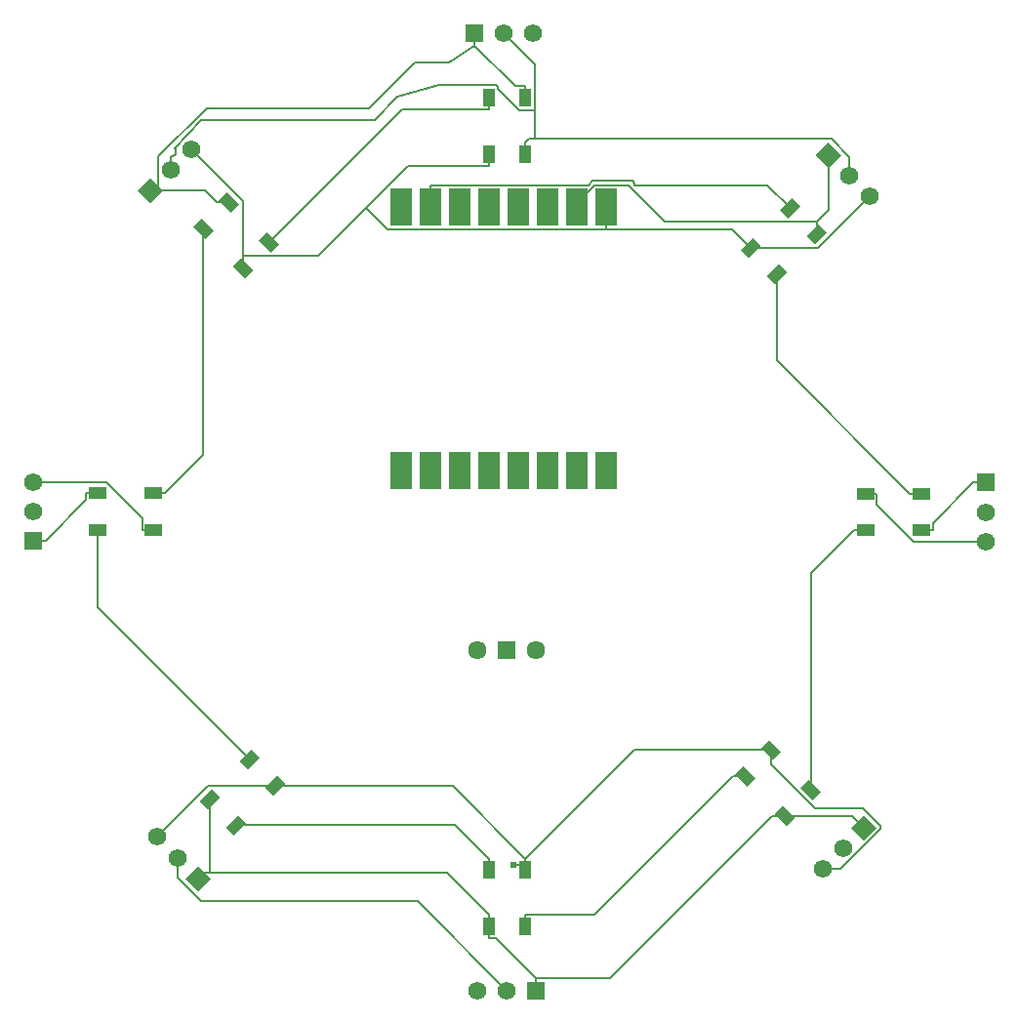
<source format=gtl>
G04 ---------------------------- Layer name :TOP LAYER*
G04 easyEDA 0.1*
G04 Scale: 100 percent, Rotated: No, Reflected: No *
G04 Dimensions in inches *
G04 leading zeros omitted , absolute positions ,2 integer and 4 * 
%FSLAX24Y24*%
%MOIN*%
G90*
G70D02*

%ADD11C,0.008000*%
%ADD12C,0.024016*%
%ADD13R,0.059100X0.039400*%
%ADD14R,0.039400X0.059100*%
%ADD15R,0.072000X0.129600*%
%ADD16C,0.063500*%
%ADD18R,0.063500X0.063500*%
%ADD19C,0.062000*%
%ADD21R,0.062000X0.062000*%

%LPD*%
G54D11*
G01X8709Y25996D02*
G01X8709Y26436D01*
G01X8709Y26436D02*
G01X11288Y26436D01*
G01X12909Y28057D01*
G01X12909Y28057D02*
G01X14356Y29505D01*
G01X17097Y29505D01*
G01X21118Y27321D02*
G01X13646Y27321D01*
G01X12909Y28057D01*
G01X21118Y27357D02*
G01X21118Y27321D01*
G01X21118Y27736D02*
G01X21118Y27357D01*
G01X17097Y29900D02*
G01X17097Y29505D01*
G01X21118Y27736D02*
G01X21118Y28078D01*
G01X18357Y5640D02*
G01X17944Y5640D01*
G01X18357Y5640D02*
G01X18357Y5838D01*
G01X18357Y5442D02*
G01X18357Y5640D01*
G01X26052Y26690D02*
G01X25422Y27321D01*
G01X21118Y27321D01*
G01X30110Y28444D02*
G01X28357Y26690D01*
G01X26052Y26690D01*
G01X26747Y9544D02*
G01X26747Y9057D01*
G01X28239Y7563D01*
G01X29865Y7563D01*
G01X30476Y6953D01*
G01X30476Y6853D01*
G01X29110Y5486D01*
G01X28500Y5486D01*
G01X18357Y5838D02*
G01X22064Y9544D01*
G01X26747Y9544D01*
G01X9823Y8332D02*
G01X15863Y8332D01*
G01X18357Y5838D01*
G01X5765Y6580D02*
G01X7519Y8332D01*
G01X9823Y8332D01*
G01X5660Y17069D02*
G01X5264Y17069D01*
G01X1550Y18700D02*
G01X4031Y18700D01*
G01X5264Y17465D01*
G01X5264Y17069D01*
G01X29965Y18305D02*
G01X30360Y18305D01*
G01X34067Y16671D02*
G01X31600Y16671D01*
G01X30360Y17911D01*
G01X30360Y18305D01*
G01X28301Y27594D02*
G01X28301Y27157D01*
G01X28696Y29859D02*
G01X28696Y27990D01*
G01X28301Y27594D01*
G01X28301Y27594D02*
G01X23109Y27594D01*
G01X21865Y28836D01*
G01X20713Y28836D01*
G01X20118Y28242D01*
G01X20118Y28078D01*
G01X5827Y28642D02*
G01X5542Y28642D01*
G01X7822Y28246D02*
G01X7427Y28642D01*
G01X5827Y28642D01*
G01X5827Y28642D02*
G01X5827Y29809D01*
G01X7491Y31452D01*
G01X13003Y31452D01*
G01X14577Y33026D01*
G01X15759Y33026D01*
G01X16627Y33590D01*
G01X27213Y7296D02*
G01X26793Y7296D01*
G01X26793Y7296D02*
G01X21252Y1755D01*
G01X18727Y1755D01*
G01X27213Y7296D02*
G01X29518Y7296D01*
G01X29913Y6901D01*
G01X7576Y5346D02*
G01X15669Y5346D01*
G01X17097Y3919D01*
G01X7181Y5165D02*
G01X7361Y5346D01*
G01X7576Y5346D01*
G01X7576Y5346D02*
G01X7576Y7867D01*
G01X17097Y3523D02*
G01X17097Y3919D01*
G01X8243Y28246D02*
G01X7822Y28246D01*
G01X17097Y3523D02*
G01X17097Y3128D01*
G01X18727Y1334D02*
G01X18727Y1755D01*
G01X18727Y1755D02*
G01X17355Y3128D01*
G01X17097Y3128D01*
G01X3739Y18330D02*
G01X3344Y18330D01*
G01X1550Y16700D02*
G01X1969Y16700D01*
G01X1969Y16700D02*
G01X3344Y18075D01*
G01X3344Y18330D01*
G01X18357Y31819D02*
G01X18357Y32215D01*
G01X16627Y34011D02*
G01X16627Y33590D01*
G01X16627Y33590D02*
G01X18002Y32215D01*
G01X18357Y32215D01*
G01X31885Y17046D02*
G01X32281Y17046D01*
G01X34075Y18676D02*
G01X33655Y18676D01*
G01X33655Y18676D02*
G01X32281Y17302D01*
G01X32281Y17046D01*
G01X15118Y28836D02*
G01X20501Y28836D01*
G01X20651Y28988D01*
G01X22003Y28988D01*
G01X22092Y28900D01*
G01X22092Y28836D01*
G01X26622Y28836D01*
G01X27410Y28048D01*
G01X15118Y28078D02*
G01X15118Y28836D01*
G01X31885Y18305D02*
G01X31489Y18305D01*
G01X31489Y18305D02*
G01X26943Y22853D01*
G01X26943Y25800D01*
G01X29965Y17046D02*
G01X29569Y17046D01*
G01X28103Y8186D02*
G01X28103Y15580D01*
G01X29569Y17046D01*
G01X25856Y8653D02*
G01X25435Y8653D01*
G01X18357Y3523D02*
G01X18357Y3919D01*
G01X18357Y3919D02*
G01X20701Y3919D01*
G01X25435Y8653D01*
G01X17097Y5838D02*
G01X15960Y6976D01*
G01X8467Y6976D01*
G01X17097Y5442D02*
G01X17097Y5838D01*
G01X3739Y17069D02*
G01X3739Y14417D01*
G01X8932Y9223D01*
G01X5660Y18330D02*
G01X6056Y18330D01*
G01X7352Y27355D02*
G01X7352Y19626D01*
G01X6056Y18330D01*
G01X17097Y31819D02*
G01X17097Y31425D01*
G01X17097Y31425D02*
G01X14136Y31425D01*
G01X9600Y26888D01*
G01X18671Y31398D02*
G01X18147Y31398D01*
G01X17407Y32136D01*
G01X17407Y32192D01*
G01X17353Y32246D01*
G01X15407Y32246D01*
G01X13987Y31845D01*
G01X13200Y31058D01*
G01X7294Y31058D01*
G01X6386Y30101D01*
G01X6398Y30088D01*
G01X6398Y29901D01*
G01X6310Y29813D01*
G01X6248Y29813D01*
G01X6248Y29348D01*
G01X18671Y31398D02*
G01X18671Y30409D01*
G01X17627Y34011D02*
G01X18671Y32967D01*
G01X18671Y31398D01*
G01X17727Y1334D02*
G01X14663Y4398D01*
G01X7269Y4398D01*
G01X6472Y5196D01*
G01X6472Y5873D01*
G01X18671Y30409D02*
G01X18471Y30409D01*
G01X18357Y30296D01*
G01X29402Y29151D02*
G01X29402Y29805D01*
G01X28798Y30409D01*
G01X18671Y30409D01*
G01X18357Y29900D02*
G01X18357Y30296D01*
G01X8709Y26436D02*
G01X8709Y28303D01*
G01X6956Y30055D01*
G36*
G01X25703Y26621D02*
G01X26121Y27039D01*
G01X26400Y26761D01*
G01X25982Y26343D01*
G01X25703Y26621D01*
G37*
G36*
G01X27061Y27979D02*
G01X27479Y28397D01*
G01X27758Y28118D01*
G01X27340Y27701D01*
G01X27061Y27979D01*
G37*
G36*
G01X27952Y27088D02*
G01X28370Y27506D01*
G01X28648Y27227D01*
G01X28231Y26809D01*
G01X27952Y27088D01*
G37*
G36*
G01X26594Y25730D02*
G01X27012Y26148D01*
G01X27291Y25870D01*
G01X26873Y25452D01*
G01X26594Y25730D01*
G37*
G54D13*
G01X29965Y18306D03*
G01X31885Y18306D03*
G01X31885Y17046D03*
G01X29965Y17046D03*
G36*
G01X26676Y9892D02*
G01X27094Y9475D01*
G01X26815Y9196D01*
G01X26397Y9614D01*
G01X26676Y9892D01*
G37*
G36*
G01X28034Y8535D02*
G01X28452Y8117D01*
G01X28173Y7838D01*
G01X27755Y8256D01*
G01X28034Y8535D01*
G37*
G36*
G01X27143Y7644D02*
G01X27561Y7226D01*
G01X27282Y6947D01*
G01X26864Y7365D01*
G01X27143Y7644D01*
G37*
G36*
G01X25785Y9001D02*
G01X26203Y8584D01*
G01X25924Y8305D01*
G01X25506Y8723D01*
G01X25785Y9001D01*
G37*
G54D14*
G01X18357Y5443D03*
G01X18357Y3523D03*
G01X17097Y3523D03*
G01X17097Y5443D03*
G36*
G01X10172Y8403D02*
G01X9754Y7985D01*
G01X9475Y8264D01*
G01X9893Y8682D01*
G01X10172Y8403D01*
G37*
G36*
G01X8814Y7045D02*
G01X8396Y6627D01*
G01X8118Y6906D01*
G01X8536Y7324D01*
G01X8814Y7045D01*
G37*
G36*
G01X7923Y7936D02*
G01X7505Y7518D01*
G01X7227Y7797D01*
G01X7645Y8215D01*
G01X7923Y7936D01*
G37*
G36*
G01X9281Y9294D02*
G01X8863Y8876D01*
G01X8584Y9155D01*
G01X9002Y9573D01*
G01X9281Y9294D01*
G37*
G54D13*
G01X5660Y17069D03*
G01X3739Y17069D03*
G01X3739Y18330D03*
G01X5660Y18330D03*
G36*
G01X8778Y25649D02*
G01X8360Y26067D01*
G01X8639Y26346D01*
G01X9057Y25928D01*
G01X8778Y25649D01*
G37*
G36*
G01X7421Y27007D02*
G01X7003Y27425D01*
G01X7281Y27703D01*
G01X7699Y27285D01*
G01X7421Y27007D01*
G37*
G36*
G01X8311Y27898D02*
G01X7894Y28315D01*
G01X8172Y28594D01*
G01X8590Y28176D01*
G01X8311Y27898D01*
G37*
G36*
G01X9669Y26540D02*
G01X9251Y26958D01*
G01X9530Y27236D01*
G01X9948Y26819D01*
G01X9669Y26540D01*
G37*
G54D14*
G01X17097Y29901D03*
G01X17097Y31821D03*
G01X18357Y31821D03*
G01X18357Y29901D03*
G54D15*
G01X14118Y19078D03*
G01X21118Y28078D03*
G01X20118Y28078D03*
G01X19118Y28078D03*
G01X18118Y28078D03*
G01X17118Y28078D03*
G01X16118Y28078D03*
G01X15118Y28078D03*
G01X14118Y28078D03*
G01X21118Y19078D03*
G01X20118Y19078D03*
G01X19118Y19078D03*
G01X18118Y19078D03*
G01X17118Y19078D03*
G01X16118Y19078D03*
G01X15118Y19078D03*
G54D16*
G01X16707Y12963D03*
G54D18*
G01X17707Y12963D03*
G54D16*
G01X18707Y12963D03*
G54D19*
G01X28500Y5486D03*
G01X29206Y6194D03*
G36*
G01X30351Y6901D02*
G01X29913Y6462D01*
G01X29474Y6901D01*
G01X29913Y7339D01*
G01X30351Y6901D01*
G37*
G01X16727Y1334D03*
G01X17727Y1334D03*
G54D21*
G01X18727Y1334D03*
G54D19*
G01X5765Y6580D03*
G01X6472Y5873D03*
G36*
G01X7180Y4727D02*
G01X6742Y5166D01*
G01X7180Y5604D01*
G01X7618Y5166D01*
G01X7180Y4727D01*
G37*
G01X1550Y18700D03*
G01X1550Y17700D03*
G54D21*
G01X1550Y16700D03*
G54D19*
G01X6956Y30055D03*
G01X6248Y29348D03*
G36*
G01X5103Y28642D02*
G01X5541Y29080D01*
G01X5980Y28642D01*
G01X5541Y28203D01*
G01X5103Y28642D01*
G37*
G01X18627Y34011D03*
G01X17627Y34011D03*
G54D21*
G01X16627Y34011D03*
G54D19*
G01X30110Y28444D03*
G01X29402Y29151D03*
G36*
G01X28696Y30297D02*
G01X29134Y29859D01*
G01X28696Y29421D01*
G01X28257Y29859D01*
G01X28696Y30297D01*
G37*
G01X34067Y16671D03*
G01X34067Y17671D03*
G54D21*
G01X34075Y18676D03*
G54D12*
G01X17944Y5640D03*
G54D15*
G01X14118Y19078D03*
G01X21118Y28078D03*
G01X20118Y28078D03*
G01X19118Y28078D03*
G01X18118Y28078D03*
G01X17118Y28078D03*
G01X16118Y28078D03*
G01X15118Y28078D03*
G01X14118Y28078D03*
G01X21118Y19078D03*
G01X20118Y19078D03*
G01X19118Y19078D03*
G01X18118Y19078D03*
G01X17118Y19078D03*
G01X16118Y19078D03*
G01X15118Y19078D03*
G54D16*
G01X16707Y12963D03*
G54D18*
G01X17707Y12963D03*
G54D16*
G01X18707Y12963D03*
G54D19*
G01X28500Y5486D03*
G01X29206Y6194D03*
G36*
G01X30351Y6901D02*
G01X29913Y6462D01*
G01X29474Y6901D01*
G01X29913Y7339D01*
G01X30351Y6901D01*
G37*
G01X16727Y1334D03*
G01X17727Y1334D03*
G54D21*
G01X18727Y1334D03*
G54D19*
G01X5765Y6580D03*
G01X6472Y5873D03*
G36*
G01X7180Y4727D02*
G01X6742Y5166D01*
G01X7180Y5604D01*
G01X7618Y5166D01*
G01X7180Y4727D01*
G37*
G01X1550Y18700D03*
G01X1550Y17700D03*
G54D21*
G01X1550Y16700D03*
G54D19*
G01X6956Y30055D03*
G01X6248Y29348D03*
G36*
G01X5103Y28642D02*
G01X5541Y29080D01*
G01X5980Y28642D01*
G01X5541Y28203D01*
G01X5103Y28642D01*
G37*
G01X18627Y34011D03*
G01X17627Y34011D03*
G54D21*
G01X16627Y34011D03*
G54D19*
G01X30110Y28444D03*
G01X29402Y29151D03*
G36*
G01X28696Y30297D02*
G01X29134Y29859D01*
G01X28696Y29421D01*
G01X28257Y29859D01*
G01X28696Y30297D01*
G37*
G01X34067Y16671D03*
G01X34067Y17671D03*
G54D21*
G01X34075Y18676D03*

M00*
M02*
</source>
